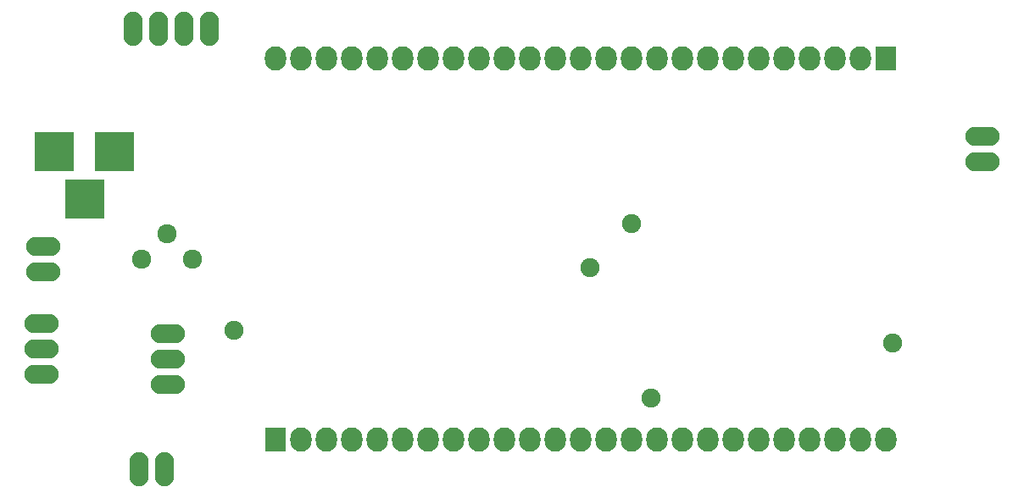
<source format=gbr>
G04 #@! TF.FileFunction,Soldermask,Bot*
%FSLAX46Y46*%
G04 Gerber Fmt 4.6, Leading zero omitted, Abs format (unit mm)*
G04 Created by KiCad (PCBNEW 4.1.0-alpha+201607250104+6992~46~ubuntu14.04.1-product) date Sun Jul 31 18:44:05 2016*
%MOMM*%
%LPD*%
G01*
G04 APERTURE LIST*
%ADD10C,0.100000*%
%ADD11R,3.900120X3.900120*%
%ADD12O,3.414980X1.906220*%
%ADD13R,2.127200X2.432000*%
%ADD14O,2.127200X2.432000*%
%ADD15O,1.906220X3.414980*%
%ADD16C,1.924000*%
%ADD17C,1.900000*%
G04 APERTURE END LIST*
D10*
D11*
X70300140Y-70300000D03*
X64300660Y-70300000D03*
X67300400Y-74999000D03*
D12*
X75600000Y-88460000D03*
X75600000Y-91000000D03*
X75600000Y-93540000D03*
D13*
X86360000Y-99060000D03*
D14*
X88900000Y-99060000D03*
X91440000Y-99060000D03*
X93980000Y-99060000D03*
X96520000Y-99060000D03*
X99060000Y-99060000D03*
X101600000Y-99060000D03*
X104140000Y-99060000D03*
X106680000Y-99060000D03*
X109220000Y-99060000D03*
X111760000Y-99060000D03*
X114300000Y-99060000D03*
X116840000Y-99060000D03*
X119380000Y-99060000D03*
X121920000Y-99060000D03*
X124460000Y-99060000D03*
X127000000Y-99060000D03*
X129540000Y-99060000D03*
X132080000Y-99060000D03*
X134620000Y-99060000D03*
X137160000Y-99060000D03*
X139700000Y-99060000D03*
X142240000Y-99060000D03*
X144780000Y-99060000D03*
X147320000Y-99060000D03*
D13*
X147320000Y-60960000D03*
D14*
X144780000Y-60960000D03*
X142240000Y-60960000D03*
X139700000Y-60960000D03*
X137160000Y-60960000D03*
X134620000Y-60960000D03*
X132080000Y-60960000D03*
X129540000Y-60960000D03*
X127000000Y-60960000D03*
X124460000Y-60960000D03*
X121920000Y-60960000D03*
X119380000Y-60960000D03*
X116840000Y-60960000D03*
X114300000Y-60960000D03*
X111760000Y-60960000D03*
X109220000Y-60960000D03*
X106680000Y-60960000D03*
X104140000Y-60960000D03*
X101600000Y-60960000D03*
X99060000Y-60960000D03*
X96520000Y-60960000D03*
X93980000Y-60960000D03*
X91440000Y-60960000D03*
X88900000Y-60960000D03*
X86360000Y-60960000D03*
D15*
X72730000Y-102000000D03*
X75270000Y-102000000D03*
D12*
X63000000Y-87460000D03*
X63000000Y-90000000D03*
X63000000Y-92540000D03*
X63200000Y-79730000D03*
X63200000Y-82270000D03*
D15*
X72190000Y-58000000D03*
X79810000Y-58000000D03*
X77270000Y-58000000D03*
X74730000Y-58000000D03*
D12*
X157000000Y-71270000D03*
X157000000Y-68730000D03*
D16*
X75540000Y-78460000D03*
X73000000Y-81000000D03*
X78080000Y-81000000D03*
D17*
X121900000Y-77500000D03*
X117800000Y-81900000D03*
X82200000Y-88100000D03*
X123900000Y-94900000D03*
X148020000Y-89380000D03*
M02*

</source>
